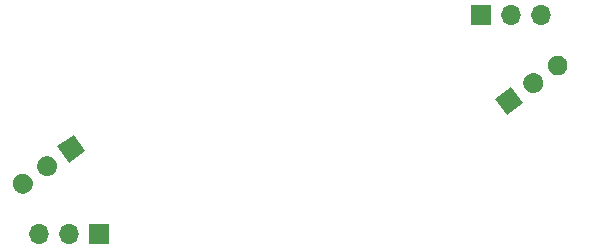
<source format=gbr>
%TF.GenerationSoftware,KiCad,Pcbnew,5.1.8*%
%TF.CreationDate,2020-12-23T16:20:00-05:00*%
%TF.ProjectId,penroserombus_thin_40mm,70656e72-6f73-4657-926f-6d6275735f74,rev?*%
%TF.SameCoordinates,Original*%
%TF.FileFunction,Soldermask,Bot*%
%TF.FilePolarity,Negative*%
%FSLAX46Y46*%
G04 Gerber Fmt 4.6, Leading zero omitted, Abs format (unit mm)*
G04 Created by KiCad (PCBNEW 5.1.8) date 2020-12-23 16:20:00*
%MOMM*%
%LPD*%
G01*
G04 APERTURE LIST*
%ADD10C,0.100000*%
%ADD11O,1.700000X1.700000*%
%ADD12R,1.700000X1.700000*%
G04 APERTURE END LIST*
D10*
%TO.C,J3*%
G36*
X135261566Y-75128791D02*
G01*
X136636895Y-74129556D01*
X137636130Y-75504885D01*
X136260801Y-76504120D01*
X135261566Y-75128791D01*
G37*
G36*
G01*
X133894328Y-76122149D02*
X133894328Y-76122149D01*
G75*
G02*
X135081609Y-76310196I499617J-687664D01*
G01*
X135081609Y-76310196D01*
G75*
G02*
X134893562Y-77497477I-687664J-499617D01*
G01*
X134893562Y-77497477D01*
G75*
G02*
X133706281Y-77309430I-499617J687664D01*
G01*
X133706281Y-77309430D01*
G75*
G02*
X133894328Y-76122149I687664J499617D01*
G01*
G37*
G36*
G01*
X131839425Y-77615123D02*
X131839425Y-77615123D01*
G75*
G02*
X133026706Y-77803170I499617J-687664D01*
G01*
X133026706Y-77803170D01*
G75*
G02*
X132838659Y-78990451I-687664J-499617D01*
G01*
X132838659Y-78990451D01*
G75*
G02*
X131651378Y-78802404I-499617J687664D01*
G01*
X131651378Y-78802404D01*
G75*
G02*
X131839425Y-77615123I687664J499617D01*
G01*
G37*
%TD*%
D11*
%TO.C,J1*%
X176239724Y-64038590D03*
X173699724Y-64038590D03*
D12*
X171159724Y-64038590D03*
%TD*%
%TO.C,J2*%
X138799045Y-82550000D03*
D11*
X136259045Y-82550000D03*
X133719045Y-82550000D03*
%TD*%
%TO.C,J4*%
G36*
G01*
X178119344Y-68973468D02*
X178119344Y-68973468D01*
G75*
G02*
X176932063Y-68785421I-499617J687664D01*
G01*
X176932063Y-68785421D01*
G75*
G02*
X177120110Y-67598140I687664J499617D01*
G01*
X177120110Y-67598140D01*
G75*
G02*
X178307391Y-67786187I499617J-687664D01*
G01*
X178307391Y-67786187D01*
G75*
G02*
X178119344Y-68973468I-687664J-499617D01*
G01*
G37*
G36*
G01*
X176064441Y-70466442D02*
X176064441Y-70466442D01*
G75*
G02*
X174877160Y-70278395I-499617J687664D01*
G01*
X174877160Y-70278395D01*
G75*
G02*
X175065207Y-69091114I687664J499617D01*
G01*
X175065207Y-69091114D01*
G75*
G02*
X176252488Y-69279161I499617J-687664D01*
G01*
X176252488Y-69279161D01*
G75*
G02*
X176064441Y-70466442I-687664J-499617D01*
G01*
G37*
D10*
G36*
X174697203Y-71459800D02*
G01*
X173321874Y-72459035D01*
X172322639Y-71083706D01*
X173697968Y-70084471D01*
X174697203Y-71459800D01*
G37*
%TD*%
M02*

</source>
